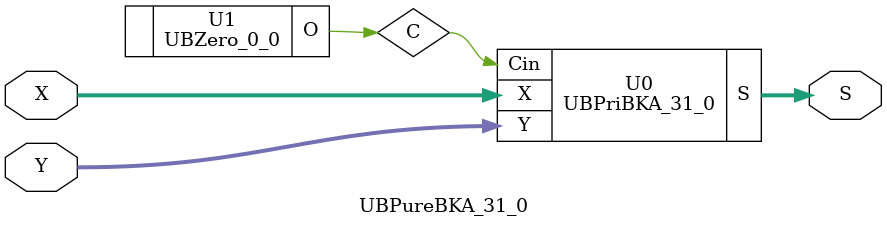
<source format=v>
/*----------------------------------------------------------------------------
  Copyright (c) 2021 Homma laboratory. All rights reserved.

  Top module: UBBKA_31_0_31_0

  Operand-1 length: 32
  Operand-2 length: 32
  Two-operand addition algorithm: Brent-Kung adder
----------------------------------------------------------------------------*/

module GPGenerator(Go, Po, A, B);
  output Go;
  output Po;
  input A;
  input B;
  assign Go = A & B;
  assign Po = A ^ B;
endmodule

module CarryOperator(Go, Po, Gi1, Pi1, Gi2, Pi2);
  output Go;
  output Po;
  input Gi1;
  input Gi2;
  input Pi1;
  input Pi2;
  assign Go = Gi1 | ( Gi2 & Pi1 );
  assign Po = Pi1 & Pi2;
endmodule

module UBPriBKA_31_0(S, X, Y, Cin);
  output [32:0] S;
  input Cin;
  input [31:0] X;
  input [31:0] Y;
  wire [31:0] G0;
  wire [31:0] G1;
  wire [31:0] G10;
  wire [31:0] G2;
  wire [31:0] G3;
  wire [31:0] G4;
  wire [31:0] G5;
  wire [31:0] G6;
  wire [31:0] G7;
  wire [31:0] G8;
  wire [31:0] G9;
  wire [31:0] P0;
  wire [31:0] P1;
  wire [31:0] P10;
  wire [31:0] P2;
  wire [31:0] P3;
  wire [31:0] P4;
  wire [31:0] P5;
  wire [31:0] P6;
  wire [31:0] P7;
  wire [31:0] P8;
  wire [31:0] P9;
  assign P1[0] = P0[0];
  assign G1[0] = G0[0];
  assign P1[2] = P0[2];
  assign G1[2] = G0[2];
  assign P1[4] = P0[4];
  assign G1[4] = G0[4];
  assign P1[6] = P0[6];
  assign G1[6] = G0[6];
  assign P1[8] = P0[8];
  assign G1[8] = G0[8];
  assign P1[10] = P0[10];
  assign G1[10] = G0[10];
  assign P1[12] = P0[12];
  assign G1[12] = G0[12];
  assign P1[14] = P0[14];
  assign G1[14] = G0[14];
  assign P1[16] = P0[16];
  assign G1[16] = G0[16];
  assign P1[18] = P0[18];
  assign G1[18] = G0[18];
  assign P1[20] = P0[20];
  assign G1[20] = G0[20];
  assign P1[22] = P0[22];
  assign G1[22] = G0[22];
  assign P1[24] = P0[24];
  assign G1[24] = G0[24];
  assign P1[26] = P0[26];
  assign G1[26] = G0[26];
  assign P1[28] = P0[28];
  assign G1[28] = G0[28];
  assign P1[30] = P0[30];
  assign G1[30] = G0[30];
  assign P2[0] = P1[0];
  assign G2[0] = G1[0];
  assign P2[1] = P1[1];
  assign G2[1] = G1[1];
  assign P2[2] = P1[2];
  assign G2[2] = G1[2];
  assign P2[4] = P1[4];
  assign G2[4] = G1[4];
  assign P2[5] = P1[5];
  assign G2[5] = G1[5];
  assign P2[6] = P1[6];
  assign G2[6] = G1[6];
  assign P2[8] = P1[8];
  assign G2[8] = G1[8];
  assign P2[9] = P1[9];
  assign G2[9] = G1[9];
  assign P2[10] = P1[10];
  assign G2[10] = G1[10];
  assign P2[12] = P1[12];
  assign G2[12] = G1[12];
  assign P2[13] = P1[13];
  assign G2[13] = G1[13];
  assign P2[14] = P1[14];
  assign G2[14] = G1[14];
  assign P2[16] = P1[16];
  assign G2[16] = G1[16];
  assign P2[17] = P1[17];
  assign G2[17] = G1[17];
  assign P2[18] = P1[18];
  assign G2[18] = G1[18];
  assign P2[20] = P1[20];
  assign G2[20] = G1[20];
  assign P2[21] = P1[21];
  assign G2[21] = G1[21];
  assign P2[22] = P1[22];
  assign G2[22] = G1[22];
  assign P2[24] = P1[24];
  assign G2[24] = G1[24];
  assign P2[25] = P1[25];
  assign G2[25] = G1[25];
  assign P2[26] = P1[26];
  assign G2[26] = G1[26];
  assign P2[28] = P1[28];
  assign G2[28] = G1[28];
  assign P2[29] = P1[29];
  assign G2[29] = G1[29];
  assign P2[30] = P1[30];
  assign G2[30] = G1[30];
  assign P3[0] = P2[0];
  assign G3[0] = G2[0];
  assign P3[1] = P2[1];
  assign G3[1] = G2[1];
  assign P3[2] = P2[2];
  assign G3[2] = G2[2];
  assign P3[3] = P2[3];
  assign G3[3] = G2[3];
  assign P3[4] = P2[4];
  assign G3[4] = G2[4];
  assign P3[5] = P2[5];
  assign G3[5] = G2[5];
  assign P3[6] = P2[6];
  assign G3[6] = G2[6];
  assign P3[8] = P2[8];
  assign G3[8] = G2[8];
  assign P3[9] = P2[9];
  assign G3[9] = G2[9];
  assign P3[10] = P2[10];
  assign G3[10] = G2[10];
  assign P3[11] = P2[11];
  assign G3[11] = G2[11];
  assign P3[12] = P2[12];
  assign G3[12] = G2[12];
  assign P3[13] = P2[13];
  assign G3[13] = G2[13];
  assign P3[14] = P2[14];
  assign G3[14] = G2[14];
  assign P3[16] = P2[16];
  assign G3[16] = G2[16];
  assign P3[17] = P2[17];
  assign G3[17] = G2[17];
  assign P3[18] = P2[18];
  assign G3[18] = G2[18];
  assign P3[19] = P2[19];
  assign G3[19] = G2[19];
  assign P3[20] = P2[20];
  assign G3[20] = G2[20];
  assign P3[21] = P2[21];
  assign G3[21] = G2[21];
  assign P3[22] = P2[22];
  assign G3[22] = G2[22];
  assign P3[24] = P2[24];
  assign G3[24] = G2[24];
  assign P3[25] = P2[25];
  assign G3[25] = G2[25];
  assign P3[26] = P2[26];
  assign G3[26] = G2[26];
  assign P3[27] = P2[27];
  assign G3[27] = G2[27];
  assign P3[28] = P2[28];
  assign G3[28] = G2[28];
  assign P3[29] = P2[29];
  assign G3[29] = G2[29];
  assign P3[30] = P2[30];
  assign G3[30] = G2[30];
  assign P4[0] = P3[0];
  assign G4[0] = G3[0];
  assign P4[1] = P3[1];
  assign G4[1] = G3[1];
  assign P4[2] = P3[2];
  assign G4[2] = G3[2];
  assign P4[3] = P3[3];
  assign G4[3] = G3[3];
  assign P4[4] = P3[4];
  assign G4[4] = G3[4];
  assign P4[5] = P3[5];
  assign G4[5] = G3[5];
  assign P4[6] = P3[6];
  assign G4[6] = G3[6];
  assign P4[7] = P3[7];
  assign G4[7] = G3[7];
  assign P4[8] = P3[8];
  assign G4[8] = G3[8];
  assign P4[9] = P3[9];
  assign G4[9] = G3[9];
  assign P4[10] = P3[10];
  assign G4[10] = G3[10];
  assign P4[11] = P3[11];
  assign G4[11] = G3[11];
  assign P4[12] = P3[12];
  assign G4[12] = G3[12];
  assign P4[13] = P3[13];
  assign G4[13] = G3[13];
  assign P4[14] = P3[14];
  assign G4[14] = G3[14];
  assign P4[16] = P3[16];
  assign G4[16] = G3[16];
  assign P4[17] = P3[17];
  assign G4[17] = G3[17];
  assign P4[18] = P3[18];
  assign G4[18] = G3[18];
  assign P4[19] = P3[19];
  assign G4[19] = G3[19];
  assign P4[20] = P3[20];
  assign G4[20] = G3[20];
  assign P4[21] = P3[21];
  assign G4[21] = G3[21];
  assign P4[22] = P3[22];
  assign G4[22] = G3[22];
  assign P4[23] = P3[23];
  assign G4[23] = G3[23];
  assign P4[24] = P3[24];
  assign G4[24] = G3[24];
  assign P4[25] = P3[25];
  assign G4[25] = G3[25];
  assign P4[26] = P3[26];
  assign G4[26] = G3[26];
  assign P4[27] = P3[27];
  assign G4[27] = G3[27];
  assign P4[28] = P3[28];
  assign G4[28] = G3[28];
  assign P4[29] = P3[29];
  assign G4[29] = G3[29];
  assign P4[30] = P3[30];
  assign G4[30] = G3[30];
  assign P5[0] = P4[0];
  assign G5[0] = G4[0];
  assign P5[1] = P4[1];
  assign G5[1] = G4[1];
  assign P5[2] = P4[2];
  assign G5[2] = G4[2];
  assign P5[3] = P4[3];
  assign G5[3] = G4[3];
  assign P5[4] = P4[4];
  assign G5[4] = G4[4];
  assign P5[5] = P4[5];
  assign G5[5] = G4[5];
  assign P5[6] = P4[6];
  assign G5[6] = G4[6];
  assign P5[7] = P4[7];
  assign G5[7] = G4[7];
  assign P5[8] = P4[8];
  assign G5[8] = G4[8];
  assign P5[9] = P4[9];
  assign G5[9] = G4[9];
  assign P5[10] = P4[10];
  assign G5[10] = G4[10];
  assign P5[11] = P4[11];
  assign G5[11] = G4[11];
  assign P5[12] = P4[12];
  assign G5[12] = G4[12];
  assign P5[13] = P4[13];
  assign G5[13] = G4[13];
  assign P5[14] = P4[14];
  assign G5[14] = G4[14];
  assign P5[15] = P4[15];
  assign G5[15] = G4[15];
  assign P5[16] = P4[16];
  assign G5[16] = G4[16];
  assign P5[17] = P4[17];
  assign G5[17] = G4[17];
  assign P5[18] = P4[18];
  assign G5[18] = G4[18];
  assign P5[19] = P4[19];
  assign G5[19] = G4[19];
  assign P5[20] = P4[20];
  assign G5[20] = G4[20];
  assign P5[21] = P4[21];
  assign G5[21] = G4[21];
  assign P5[22] = P4[22];
  assign G5[22] = G4[22];
  assign P5[23] = P4[23];
  assign G5[23] = G4[23];
  assign P5[24] = P4[24];
  assign G5[24] = G4[24];
  assign P5[25] = P4[25];
  assign G5[25] = G4[25];
  assign P5[26] = P4[26];
  assign G5[26] = G4[26];
  assign P5[27] = P4[27];
  assign G5[27] = G4[27];
  assign P5[28] = P4[28];
  assign G5[28] = G4[28];
  assign P5[29] = P4[29];
  assign G5[29] = G4[29];
  assign P5[30] = P4[30];
  assign G5[30] = G4[30];
  assign P6[0] = P5[0];
  assign G6[0] = G5[0];
  assign P6[1] = P5[1];
  assign G6[1] = G5[1];
  assign P6[2] = P5[2];
  assign G6[2] = G5[2];
  assign P6[3] = P5[3];
  assign G6[3] = G5[3];
  assign P6[4] = P5[4];
  assign G6[4] = G5[4];
  assign P6[5] = P5[5];
  assign G6[5] = G5[5];
  assign P6[6] = P5[6];
  assign G6[6] = G5[6];
  assign P6[7] = P5[7];
  assign G6[7] = G5[7];
  assign P6[8] = P5[8];
  assign G6[8] = G5[8];
  assign P6[9] = P5[9];
  assign G6[9] = G5[9];
  assign P6[10] = P5[10];
  assign G6[10] = G5[10];
  assign P6[11] = P5[11];
  assign G6[11] = G5[11];
  assign P6[12] = P5[12];
  assign G6[12] = G5[12];
  assign P6[13] = P5[13];
  assign G6[13] = G5[13];
  assign P6[14] = P5[14];
  assign G6[14] = G5[14];
  assign P6[15] = P5[15];
  assign G6[15] = G5[15];
  assign P6[16] = P5[16];
  assign G6[16] = G5[16];
  assign P6[17] = P5[17];
  assign G6[17] = G5[17];
  assign P6[18] = P5[18];
  assign G6[18] = G5[18];
  assign P6[19] = P5[19];
  assign G6[19] = G5[19];
  assign P6[20] = P5[20];
  assign G6[20] = G5[20];
  assign P6[21] = P5[21];
  assign G6[21] = G5[21];
  assign P6[22] = P5[22];
  assign G6[22] = G5[22];
  assign P6[23] = P5[23];
  assign G6[23] = G5[23];
  assign P6[24] = P5[24];
  assign G6[24] = G5[24];
  assign P6[25] = P5[25];
  assign G6[25] = G5[25];
  assign P6[26] = P5[26];
  assign G6[26] = G5[26];
  assign P6[27] = P5[27];
  assign G6[27] = G5[27];
  assign P6[28] = P5[28];
  assign G6[28] = G5[28];
  assign P6[29] = P5[29];
  assign G6[29] = G5[29];
  assign P6[30] = P5[30];
  assign G6[30] = G5[30];
  assign P6[31] = P5[31];
  assign G6[31] = G5[31];
  assign P7[0] = P6[0];
  assign G7[0] = G6[0];
  assign P7[1] = P6[1];
  assign G7[1] = G6[1];
  assign P7[2] = P6[2];
  assign G7[2] = G6[2];
  assign P7[3] = P6[3];
  assign G7[3] = G6[3];
  assign P7[4] = P6[4];
  assign G7[4] = G6[4];
  assign P7[5] = P6[5];
  assign G7[5] = G6[5];
  assign P7[6] = P6[6];
  assign G7[6] = G6[6];
  assign P7[7] = P6[7];
  assign G7[7] = G6[7];
  assign P7[8] = P6[8];
  assign G7[8] = G6[8];
  assign P7[9] = P6[9];
  assign G7[9] = G6[9];
  assign P7[10] = P6[10];
  assign G7[10] = G6[10];
  assign P7[11] = P6[11];
  assign G7[11] = G6[11];
  assign P7[12] = P6[12];
  assign G7[12] = G6[12];
  assign P7[13] = P6[13];
  assign G7[13] = G6[13];
  assign P7[14] = P6[14];
  assign G7[14] = G6[14];
  assign P7[15] = P6[15];
  assign G7[15] = G6[15];
  assign P7[16] = P6[16];
  assign G7[16] = G6[16];
  assign P7[17] = P6[17];
  assign G7[17] = G6[17];
  assign P7[18] = P6[18];
  assign G7[18] = G6[18];
  assign P7[19] = P6[19];
  assign G7[19] = G6[19];
  assign P7[20] = P6[20];
  assign G7[20] = G6[20];
  assign P7[21] = P6[21];
  assign G7[21] = G6[21];
  assign P7[22] = P6[22];
  assign G7[22] = G6[22];
  assign P7[24] = P6[24];
  assign G7[24] = G6[24];
  assign P7[25] = P6[25];
  assign G7[25] = G6[25];
  assign P7[26] = P6[26];
  assign G7[26] = G6[26];
  assign P7[27] = P6[27];
  assign G7[27] = G6[27];
  assign P7[28] = P6[28];
  assign G7[28] = G6[28];
  assign P7[29] = P6[29];
  assign G7[29] = G6[29];
  assign P7[30] = P6[30];
  assign G7[30] = G6[30];
  assign P7[31] = P6[31];
  assign G7[31] = G6[31];
  assign P8[0] = P7[0];
  assign G8[0] = G7[0];
  assign P8[1] = P7[1];
  assign G8[1] = G7[1];
  assign P8[2] = P7[2];
  assign G8[2] = G7[2];
  assign P8[3] = P7[3];
  assign G8[3] = G7[3];
  assign P8[4] = P7[4];
  assign G8[4] = G7[4];
  assign P8[5] = P7[5];
  assign G8[5] = G7[5];
  assign P8[6] = P7[6];
  assign G8[6] = G7[6];
  assign P8[7] = P7[7];
  assign G8[7] = G7[7];
  assign P8[8] = P7[8];
  assign G8[8] = G7[8];
  assign P8[9] = P7[9];
  assign G8[9] = G7[9];
  assign P8[10] = P7[10];
  assign G8[10] = G7[10];
  assign P8[12] = P7[12];
  assign G8[12] = G7[12];
  assign P8[13] = P7[13];
  assign G8[13] = G7[13];
  assign P8[14] = P7[14];
  assign G8[14] = G7[14];
  assign P8[15] = P7[15];
  assign G8[15] = G7[15];
  assign P8[16] = P7[16];
  assign G8[16] = G7[16];
  assign P8[17] = P7[17];
  assign G8[17] = G7[17];
  assign P8[18] = P7[18];
  assign G8[18] = G7[18];
  assign P8[20] = P7[20];
  assign G8[20] = G7[20];
  assign P8[21] = P7[21];
  assign G8[21] = G7[21];
  assign P8[22] = P7[22];
  assign G8[22] = G7[22];
  assign P8[23] = P7[23];
  assign G8[23] = G7[23];
  assign P8[24] = P7[24];
  assign G8[24] = G7[24];
  assign P8[25] = P7[25];
  assign G8[25] = G7[25];
  assign P8[26] = P7[26];
  assign G8[26] = G7[26];
  assign P8[28] = P7[28];
  assign G8[28] = G7[28];
  assign P8[29] = P7[29];
  assign G8[29] = G7[29];
  assign P8[30] = P7[30];
  assign G8[30] = G7[30];
  assign P8[31] = P7[31];
  assign G8[31] = G7[31];
  assign P9[0] = P8[0];
  assign G9[0] = G8[0];
  assign P9[1] = P8[1];
  assign G9[1] = G8[1];
  assign P9[2] = P8[2];
  assign G9[2] = G8[2];
  assign P9[3] = P8[3];
  assign G9[3] = G8[3];
  assign P9[4] = P8[4];
  assign G9[4] = G8[4];
  assign P9[6] = P8[6];
  assign G9[6] = G8[6];
  assign P9[7] = P8[7];
  assign G9[7] = G8[7];
  assign P9[8] = P8[8];
  assign G9[8] = G8[8];
  assign P9[10] = P8[10];
  assign G9[10] = G8[10];
  assign P9[11] = P8[11];
  assign G9[11] = G8[11];
  assign P9[12] = P8[12];
  assign G9[12] = G8[12];
  assign P9[14] = P8[14];
  assign G9[14] = G8[14];
  assign P9[15] = P8[15];
  assign G9[15] = G8[15];
  assign P9[16] = P8[16];
  assign G9[16] = G8[16];
  assign P9[18] = P8[18];
  assign G9[18] = G8[18];
  assign P9[19] = P8[19];
  assign G9[19] = G8[19];
  assign P9[20] = P8[20];
  assign G9[20] = G8[20];
  assign P9[22] = P8[22];
  assign G9[22] = G8[22];
  assign P9[23] = P8[23];
  assign G9[23] = G8[23];
  assign P9[24] = P8[24];
  assign G9[24] = G8[24];
  assign P9[26] = P8[26];
  assign G9[26] = G8[26];
  assign P9[27] = P8[27];
  assign G9[27] = G8[27];
  assign P9[28] = P8[28];
  assign G9[28] = G8[28];
  assign P9[30] = P8[30];
  assign G9[30] = G8[30];
  assign P9[31] = P8[31];
  assign G9[31] = G8[31];
  assign P10[0] = P9[0];
  assign G10[0] = G9[0];
  assign P10[1] = P9[1];
  assign G10[1] = G9[1];
  assign P10[3] = P9[3];
  assign G10[3] = G9[3];
  assign P10[5] = P9[5];
  assign G10[5] = G9[5];
  assign P10[7] = P9[7];
  assign G10[7] = G9[7];
  assign P10[9] = P9[9];
  assign G10[9] = G9[9];
  assign P10[11] = P9[11];
  assign G10[11] = G9[11];
  assign P10[13] = P9[13];
  assign G10[13] = G9[13];
  assign P10[15] = P9[15];
  assign G10[15] = G9[15];
  assign P10[17] = P9[17];
  assign G10[17] = G9[17];
  assign P10[19] = P9[19];
  assign G10[19] = G9[19];
  assign P10[21] = P9[21];
  assign G10[21] = G9[21];
  assign P10[23] = P9[23];
  assign G10[23] = G9[23];
  assign P10[25] = P9[25];
  assign G10[25] = G9[25];
  assign P10[27] = P9[27];
  assign G10[27] = G9[27];
  assign P10[29] = P9[29];
  assign G10[29] = G9[29];
  assign P10[31] = P9[31];
  assign G10[31] = G9[31];
  assign S[0] = Cin ^ P0[0];
  assign S[1] = ( G10[0] | ( P10[0] & Cin ) ) ^ P0[1];
  assign S[2] = ( G10[1] | ( P10[1] & Cin ) ) ^ P0[2];
  assign S[3] = ( G10[2] | ( P10[2] & Cin ) ) ^ P0[3];
  assign S[4] = ( G10[3] | ( P10[3] & Cin ) ) ^ P0[4];
  assign S[5] = ( G10[4] | ( P10[4] & Cin ) ) ^ P0[5];
  assign S[6] = ( G10[5] | ( P10[5] & Cin ) ) ^ P0[6];
  assign S[7] = ( G10[6] | ( P10[6] & Cin ) ) ^ P0[7];
  assign S[8] = ( G10[7] | ( P10[7] & Cin ) ) ^ P0[8];
  assign S[9] = ( G10[8] | ( P10[8] & Cin ) ) ^ P0[9];
  assign S[10] = ( G10[9] | ( P10[9] & Cin ) ) ^ P0[10];
  assign S[11] = ( G10[10] | ( P10[10] & Cin ) ) ^ P0[11];
  assign S[12] = ( G10[11] | ( P10[11] & Cin ) ) ^ P0[12];
  assign S[13] = ( G10[12] | ( P10[12] & Cin ) ) ^ P0[13];
  assign S[14] = ( G10[13] | ( P10[13] & Cin ) ) ^ P0[14];
  assign S[15] = ( G10[14] | ( P10[14] & Cin ) ) ^ P0[15];
  assign S[16] = ( G10[15] | ( P10[15] & Cin ) ) ^ P0[16];
  assign S[17] = ( G10[16] | ( P10[16] & Cin ) ) ^ P0[17];
  assign S[18] = ( G10[17] | ( P10[17] & Cin ) ) ^ P0[18];
  assign S[19] = ( G10[18] | ( P10[18] & Cin ) ) ^ P0[19];
  assign S[20] = ( G10[19] | ( P10[19] & Cin ) ) ^ P0[20];
  assign S[21] = ( G10[20] | ( P10[20] & Cin ) ) ^ P0[21];
  assign S[22] = ( G10[21] | ( P10[21] & Cin ) ) ^ P0[22];
  assign S[23] = ( G10[22] | ( P10[22] & Cin ) ) ^ P0[23];
  assign S[24] = ( G10[23] | ( P10[23] & Cin ) ) ^ P0[24];
  assign S[25] = ( G10[24] | ( P10[24] & Cin ) ) ^ P0[25];
  assign S[26] = ( G10[25] | ( P10[25] & Cin ) ) ^ P0[26];
  assign S[27] = ( G10[26] | ( P10[26] & Cin ) ) ^ P0[27];
  assign S[28] = ( G10[27] | ( P10[27] & Cin ) ) ^ P0[28];
  assign S[29] = ( G10[28] | ( P10[28] & Cin ) ) ^ P0[29];
  assign S[30] = ( G10[29] | ( P10[29] & Cin ) ) ^ P0[30];
  assign S[31] = ( G10[30] | ( P10[30] & Cin ) ) ^ P0[31];
  assign S[32] = G10[31] | ( P10[31] & Cin );
  GPGenerator U0 (G0[0], P0[0], X[0], Y[0]);
  GPGenerator U1 (G0[1], P0[1], X[1], Y[1]);
  GPGenerator U2 (G0[2], P0[2], X[2], Y[2]);
  GPGenerator U3 (G0[3], P0[3], X[3], Y[3]);
  GPGenerator U4 (G0[4], P0[4], X[4], Y[4]);
  GPGenerator U5 (G0[5], P0[5], X[5], Y[5]);
  GPGenerator U6 (G0[6], P0[6], X[6], Y[6]);
  GPGenerator U7 (G0[7], P0[7], X[7], Y[7]);
  GPGenerator U8 (G0[8], P0[8], X[8], Y[8]);
  GPGenerator U9 (G0[9], P0[9], X[9], Y[9]);
  GPGenerator U10 (G0[10], P0[10], X[10], Y[10]);
  GPGenerator U11 (G0[11], P0[11], X[11], Y[11]);
  GPGenerator U12 (G0[12], P0[12], X[12], Y[12]);
  GPGenerator U13 (G0[13], P0[13], X[13], Y[13]);
  GPGenerator U14 (G0[14], P0[14], X[14], Y[14]);
  GPGenerator U15 (G0[15], P0[15], X[15], Y[15]);
  GPGenerator U16 (G0[16], P0[16], X[16], Y[16]);
  GPGenerator U17 (G0[17], P0[17], X[17], Y[17]);
  GPGenerator U18 (G0[18], P0[18], X[18], Y[18]);
  GPGenerator U19 (G0[19], P0[19], X[19], Y[19]);
  GPGenerator U20 (G0[20], P0[20], X[20], Y[20]);
  GPGenerator U21 (G0[21], P0[21], X[21], Y[21]);
  GPGenerator U22 (G0[22], P0[22], X[22], Y[22]);
  GPGenerator U23 (G0[23], P0[23], X[23], Y[23]);
  GPGenerator U24 (G0[24], P0[24], X[24], Y[24]);
  GPGenerator U25 (G0[25], P0[25], X[25], Y[25]);
  GPGenerator U26 (G0[26], P0[26], X[26], Y[26]);
  GPGenerator U27 (G0[27], P0[27], X[27], Y[27]);
  GPGenerator U28 (G0[28], P0[28], X[28], Y[28]);
  GPGenerator U29 (G0[29], P0[29], X[29], Y[29]);
  GPGenerator U30 (G0[30], P0[30], X[30], Y[30]);
  GPGenerator U31 (G0[31], P0[31], X[31], Y[31]);
  CarryOperator U32 (G1[1], P1[1], G0[1], P0[1], G0[0], P0[0]);
  CarryOperator U33 (G1[3], P1[3], G0[3], P0[3], G0[2], P0[2]);
  CarryOperator U34 (G1[5], P1[5], G0[5], P0[5], G0[4], P0[4]);
  CarryOperator U35 (G1[7], P1[7], G0[7], P0[7], G0[6], P0[6]);
  CarryOperator U36 (G1[9], P1[9], G0[9], P0[9], G0[8], P0[8]);
  CarryOperator U37 (G1[11], P1[11], G0[11], P0[11], G0[10], P0[10]);
  CarryOperator U38 (G1[13], P1[13], G0[13], P0[13], G0[12], P0[12]);
  CarryOperator U39 (G1[15], P1[15], G0[15], P0[15], G0[14], P0[14]);
  CarryOperator U40 (G1[17], P1[17], G0[17], P0[17], G0[16], P0[16]);
  CarryOperator U41 (G1[19], P1[19], G0[19], P0[19], G0[18], P0[18]);
  CarryOperator U42 (G1[21], P1[21], G0[21], P0[21], G0[20], P0[20]);
  CarryOperator U43 (G1[23], P1[23], G0[23], P0[23], G0[22], P0[22]);
  CarryOperator U44 (G1[25], P1[25], G0[25], P0[25], G0[24], P0[24]);
  CarryOperator U45 (G1[27], P1[27], G0[27], P0[27], G0[26], P0[26]);
  CarryOperator U46 (G1[29], P1[29], G0[29], P0[29], G0[28], P0[28]);
  CarryOperator U47 (G1[31], P1[31], G0[31], P0[31], G0[30], P0[30]);
  CarryOperator U48 (G2[3], P2[3], G1[3], P1[3], G1[1], P1[1]);
  CarryOperator U49 (G2[7], P2[7], G1[7], P1[7], G1[5], P1[5]);
  CarryOperator U50 (G2[11], P2[11], G1[11], P1[11], G1[9], P1[9]);
  CarryOperator U51 (G2[15], P2[15], G1[15], P1[15], G1[13], P1[13]);
  CarryOperator U52 (G2[19], P2[19], G1[19], P1[19], G1[17], P1[17]);
  CarryOperator U53 (G2[23], P2[23], G1[23], P1[23], G1[21], P1[21]);
  CarryOperator U54 (G2[27], P2[27], G1[27], P1[27], G1[25], P1[25]);
  CarryOperator U55 (G2[31], P2[31], G1[31], P1[31], G1[29], P1[29]);
  CarryOperator U56 (G3[7], P3[7], G2[7], P2[7], G2[3], P2[3]);
  CarryOperator U57 (G3[15], P3[15], G2[15], P2[15], G2[11], P2[11]);
  CarryOperator U58 (G3[23], P3[23], G2[23], P2[23], G2[19], P2[19]);
  CarryOperator U59 (G3[31], P3[31], G2[31], P2[31], G2[27], P2[27]);
  CarryOperator U60 (G4[15], P4[15], G3[15], P3[15], G3[7], P3[7]);
  CarryOperator U61 (G4[31], P4[31], G3[31], P3[31], G3[23], P3[23]);
  CarryOperator U62 (G5[31], P5[31], G4[31], P4[31], G4[15], P4[15]);
  CarryOperator U63 (G7[23], P7[23], G6[23], P6[23], G6[15], P6[15]);
  CarryOperator U64 (G8[11], P8[11], G7[11], P7[11], G7[7], P7[7]);
  CarryOperator U65 (G8[19], P8[19], G7[19], P7[19], G7[15], P7[15]);
  CarryOperator U66 (G8[27], P8[27], G7[27], P7[27], G7[23], P7[23]);
  CarryOperator U67 (G9[5], P9[5], G8[5], P8[5], G8[3], P8[3]);
  CarryOperator U68 (G9[9], P9[9], G8[9], P8[9], G8[7], P8[7]);
  CarryOperator U69 (G9[13], P9[13], G8[13], P8[13], G8[11], P8[11]);
  CarryOperator U70 (G9[17], P9[17], G8[17], P8[17], G8[15], P8[15]);
  CarryOperator U71 (G9[21], P9[21], G8[21], P8[21], G8[19], P8[19]);
  CarryOperator U72 (G9[25], P9[25], G8[25], P8[25], G8[23], P8[23]);
  CarryOperator U73 (G9[29], P9[29], G8[29], P8[29], G8[27], P8[27]);
  CarryOperator U74 (G10[2], P10[2], G9[2], P9[2], G9[1], P9[1]);
  CarryOperator U75 (G10[4], P10[4], G9[4], P9[4], G9[3], P9[3]);
  CarryOperator U76 (G10[6], P10[6], G9[6], P9[6], G9[5], P9[5]);
  CarryOperator U77 (G10[8], P10[8], G9[8], P9[8], G9[7], P9[7]);
  CarryOperator U78 (G10[10], P10[10], G9[10], P9[10], G9[9], P9[9]);
  CarryOperator U79 (G10[12], P10[12], G9[12], P9[12], G9[11], P9[11]);
  CarryOperator U80 (G10[14], P10[14], G9[14], P9[14], G9[13], P9[13]);
  CarryOperator U81 (G10[16], P10[16], G9[16], P9[16], G9[15], P9[15]);
  CarryOperator U82 (G10[18], P10[18], G9[18], P9[18], G9[17], P9[17]);
  CarryOperator U83 (G10[20], P10[20], G9[20], P9[20], G9[19], P9[19]);
  CarryOperator U84 (G10[22], P10[22], G9[22], P9[22], G9[21], P9[21]);
  CarryOperator U85 (G10[24], P10[24], G9[24], P9[24], G9[23], P9[23]);
  CarryOperator U86 (G10[26], P10[26], G9[26], P9[26], G9[25], P9[25]);
  CarryOperator U87 (G10[28], P10[28], G9[28], P9[28], G9[27], P9[27]);
  CarryOperator U88 (G10[30], P10[30], G9[30], P9[30], G9[29], P9[29]);
endmodule

module UBZero_0_0(O);
  output [0:0] O;
  assign O[0] = 0;
endmodule

module UBBKA_31_0_31_0 (S, X, Y);
  output [32:0] S;
  input [31:0] X;
  input [31:0] Y;
  UBPureBKA_31_0 U0 (S[32:0], X[31:0], Y[31:0]);
endmodule

module UBPureBKA_31_0 (S, X, Y);
  output [32:0] S;
  input [31:0] X;
  input [31:0] Y;
  wire C;
  UBPriBKA_31_0 U0 (S, X, Y, C);
  UBZero_0_0 U1 (C);
endmodule


</source>
